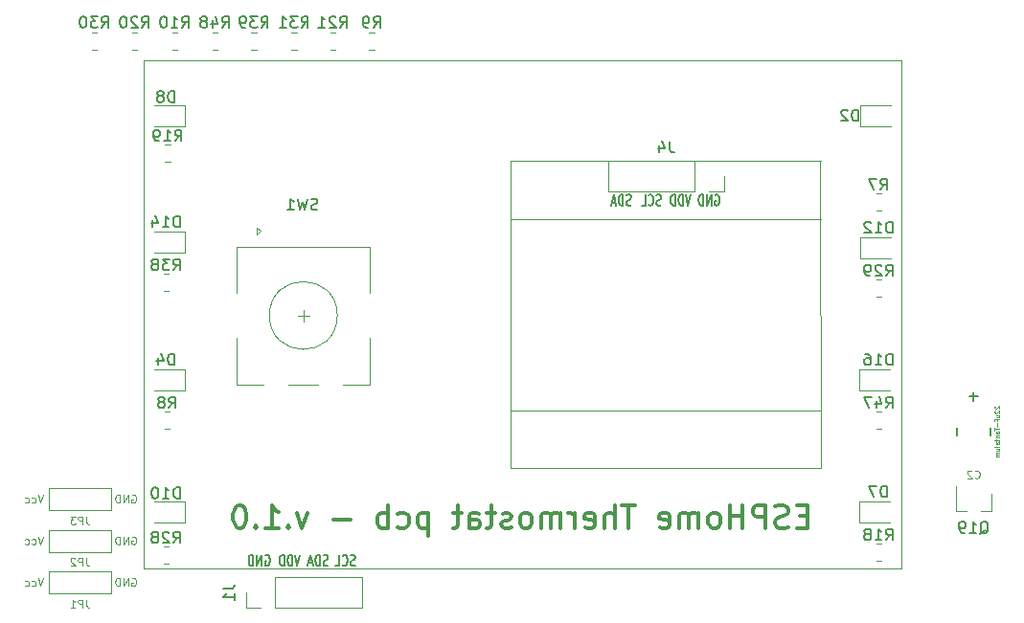
<source format=gbo>
G04 #@! TF.GenerationSoftware,KiCad,Pcbnew,5.1.12-84ad8e8a86~92~ubuntu20.04.1*
G04 #@! TF.CreationDate,2022-01-06T20:08:06+01:00*
G04 #@! TF.ProjectId,ESPHome-Thermostat-pcb,45535048-6f6d-4652-9d54-6865726d6f73,1.0*
G04 #@! TF.SameCoordinates,Original*
G04 #@! TF.FileFunction,Legend,Bot*
G04 #@! TF.FilePolarity,Positive*
%FSLAX46Y46*%
G04 Gerber Fmt 4.6, Leading zero omitted, Abs format (unit mm)*
G04 Created by KiCad (PCBNEW 5.1.12-84ad8e8a86~92~ubuntu20.04.1) date 2022-01-06 20:08:06*
%MOMM*%
%LPD*%
G01*
G04 APERTURE LIST*
%ADD10C,0.300000*%
%ADD11C,0.150000*%
%ADD12C,0.120000*%
%ADD13C,0.127000*%
%ADD14C,0.050000*%
G04 APERTURE END LIST*
D10*
X120202333Y-94345142D02*
X119535666Y-94345142D01*
X119249952Y-95392761D02*
X120202333Y-95392761D01*
X120202333Y-93392761D01*
X119249952Y-93392761D01*
X118488047Y-95297523D02*
X118202333Y-95392761D01*
X117726142Y-95392761D01*
X117535666Y-95297523D01*
X117440428Y-95202285D01*
X117345190Y-95011809D01*
X117345190Y-94821333D01*
X117440428Y-94630857D01*
X117535666Y-94535619D01*
X117726142Y-94440380D01*
X118107095Y-94345142D01*
X118297571Y-94249904D01*
X118392809Y-94154666D01*
X118488047Y-93964190D01*
X118488047Y-93773714D01*
X118392809Y-93583238D01*
X118297571Y-93488000D01*
X118107095Y-93392761D01*
X117630904Y-93392761D01*
X117345190Y-93488000D01*
X116488047Y-95392761D02*
X116488047Y-93392761D01*
X115726142Y-93392761D01*
X115535666Y-93488000D01*
X115440428Y-93583238D01*
X115345190Y-93773714D01*
X115345190Y-94059428D01*
X115440428Y-94249904D01*
X115535666Y-94345142D01*
X115726142Y-94440380D01*
X116488047Y-94440380D01*
X114488047Y-95392761D02*
X114488047Y-93392761D01*
X114488047Y-94345142D02*
X113345190Y-94345142D01*
X113345190Y-95392761D02*
X113345190Y-93392761D01*
X112107095Y-95392761D02*
X112297571Y-95297523D01*
X112392809Y-95202285D01*
X112488047Y-95011809D01*
X112488047Y-94440380D01*
X112392809Y-94249904D01*
X112297571Y-94154666D01*
X112107095Y-94059428D01*
X111821380Y-94059428D01*
X111630904Y-94154666D01*
X111535666Y-94249904D01*
X111440428Y-94440380D01*
X111440428Y-95011809D01*
X111535666Y-95202285D01*
X111630904Y-95297523D01*
X111821380Y-95392761D01*
X112107095Y-95392761D01*
X110583285Y-95392761D02*
X110583285Y-94059428D01*
X110583285Y-94249904D02*
X110488047Y-94154666D01*
X110297571Y-94059428D01*
X110011857Y-94059428D01*
X109821380Y-94154666D01*
X109726142Y-94345142D01*
X109726142Y-95392761D01*
X109726142Y-94345142D02*
X109630904Y-94154666D01*
X109440428Y-94059428D01*
X109154714Y-94059428D01*
X108964238Y-94154666D01*
X108869000Y-94345142D01*
X108869000Y-95392761D01*
X107154714Y-95297523D02*
X107345190Y-95392761D01*
X107726142Y-95392761D01*
X107916619Y-95297523D01*
X108011857Y-95107047D01*
X108011857Y-94345142D01*
X107916619Y-94154666D01*
X107726142Y-94059428D01*
X107345190Y-94059428D01*
X107154714Y-94154666D01*
X107059476Y-94345142D01*
X107059476Y-94535619D01*
X108011857Y-94726095D01*
X104964238Y-93392761D02*
X103821380Y-93392761D01*
X104392809Y-95392761D02*
X104392809Y-93392761D01*
X103154714Y-95392761D02*
X103154714Y-93392761D01*
X102297571Y-95392761D02*
X102297571Y-94345142D01*
X102392809Y-94154666D01*
X102583285Y-94059428D01*
X102869000Y-94059428D01*
X103059476Y-94154666D01*
X103154714Y-94249904D01*
X100583285Y-95297523D02*
X100773761Y-95392761D01*
X101154714Y-95392761D01*
X101345190Y-95297523D01*
X101440428Y-95107047D01*
X101440428Y-94345142D01*
X101345190Y-94154666D01*
X101154714Y-94059428D01*
X100773761Y-94059428D01*
X100583285Y-94154666D01*
X100488047Y-94345142D01*
X100488047Y-94535619D01*
X101440428Y-94726095D01*
X99630904Y-95392761D02*
X99630904Y-94059428D01*
X99630904Y-94440380D02*
X99535666Y-94249904D01*
X99440428Y-94154666D01*
X99249952Y-94059428D01*
X99059476Y-94059428D01*
X98392809Y-95392761D02*
X98392809Y-94059428D01*
X98392809Y-94249904D02*
X98297571Y-94154666D01*
X98107095Y-94059428D01*
X97821380Y-94059428D01*
X97630904Y-94154666D01*
X97535666Y-94345142D01*
X97535666Y-95392761D01*
X97535666Y-94345142D02*
X97440428Y-94154666D01*
X97249952Y-94059428D01*
X96964238Y-94059428D01*
X96773761Y-94154666D01*
X96678523Y-94345142D01*
X96678523Y-95392761D01*
X95440428Y-95392761D02*
X95630904Y-95297523D01*
X95726142Y-95202285D01*
X95821380Y-95011809D01*
X95821380Y-94440380D01*
X95726142Y-94249904D01*
X95630904Y-94154666D01*
X95440428Y-94059428D01*
X95154714Y-94059428D01*
X94964238Y-94154666D01*
X94869000Y-94249904D01*
X94773761Y-94440380D01*
X94773761Y-95011809D01*
X94869000Y-95202285D01*
X94964238Y-95297523D01*
X95154714Y-95392761D01*
X95440428Y-95392761D01*
X94011857Y-95297523D02*
X93821380Y-95392761D01*
X93440428Y-95392761D01*
X93249952Y-95297523D01*
X93154714Y-95107047D01*
X93154714Y-95011809D01*
X93249952Y-94821333D01*
X93440428Y-94726095D01*
X93726142Y-94726095D01*
X93916619Y-94630857D01*
X94011857Y-94440380D01*
X94011857Y-94345142D01*
X93916619Y-94154666D01*
X93726142Y-94059428D01*
X93440428Y-94059428D01*
X93249952Y-94154666D01*
X92583285Y-94059428D02*
X91821380Y-94059428D01*
X92297571Y-93392761D02*
X92297571Y-95107047D01*
X92202333Y-95297523D01*
X92011857Y-95392761D01*
X91821380Y-95392761D01*
X90297571Y-95392761D02*
X90297571Y-94345142D01*
X90392809Y-94154666D01*
X90583285Y-94059428D01*
X90964238Y-94059428D01*
X91154714Y-94154666D01*
X90297571Y-95297523D02*
X90488047Y-95392761D01*
X90964238Y-95392761D01*
X91154714Y-95297523D01*
X91249952Y-95107047D01*
X91249952Y-94916571D01*
X91154714Y-94726095D01*
X90964238Y-94630857D01*
X90488047Y-94630857D01*
X90297571Y-94535619D01*
X89630904Y-94059428D02*
X88869000Y-94059428D01*
X89345190Y-93392761D02*
X89345190Y-95107047D01*
X89249952Y-95297523D01*
X89059476Y-95392761D01*
X88869000Y-95392761D01*
X86678523Y-94059428D02*
X86678523Y-96059428D01*
X86678523Y-94154666D02*
X86488047Y-94059428D01*
X86107095Y-94059428D01*
X85916619Y-94154666D01*
X85821380Y-94249904D01*
X85726142Y-94440380D01*
X85726142Y-95011809D01*
X85821380Y-95202285D01*
X85916619Y-95297523D01*
X86107095Y-95392761D01*
X86488047Y-95392761D01*
X86678523Y-95297523D01*
X84011857Y-95297523D02*
X84202333Y-95392761D01*
X84583285Y-95392761D01*
X84773761Y-95297523D01*
X84869000Y-95202285D01*
X84964238Y-95011809D01*
X84964238Y-94440380D01*
X84869000Y-94249904D01*
X84773761Y-94154666D01*
X84583285Y-94059428D01*
X84202333Y-94059428D01*
X84011857Y-94154666D01*
X83154714Y-95392761D02*
X83154714Y-93392761D01*
X83154714Y-94154666D02*
X82964238Y-94059428D01*
X82583285Y-94059428D01*
X82392809Y-94154666D01*
X82297571Y-94249904D01*
X82202333Y-94440380D01*
X82202333Y-95011809D01*
X82297571Y-95202285D01*
X82392809Y-95297523D01*
X82583285Y-95392761D01*
X82964238Y-95392761D01*
X83154714Y-95297523D01*
X79821380Y-94630857D02*
X78297571Y-94630857D01*
X76011857Y-94059428D02*
X75535666Y-95392761D01*
X75059476Y-94059428D01*
X74297571Y-95202285D02*
X74202333Y-95297523D01*
X74297571Y-95392761D01*
X74392809Y-95297523D01*
X74297571Y-95202285D01*
X74297571Y-95392761D01*
X72297571Y-95392761D02*
X73440428Y-95392761D01*
X72869000Y-95392761D02*
X72869000Y-93392761D01*
X73059476Y-93678476D01*
X73249952Y-93868952D01*
X73440428Y-93964190D01*
X71440428Y-95202285D02*
X71345190Y-95297523D01*
X71440428Y-95392761D01*
X71535666Y-95297523D01*
X71440428Y-95202285D01*
X71440428Y-95392761D01*
X70107095Y-93392761D02*
X69916619Y-93392761D01*
X69726142Y-93488000D01*
X69630904Y-93583238D01*
X69535666Y-93773714D01*
X69440428Y-94154666D01*
X69440428Y-94630857D01*
X69535666Y-95011809D01*
X69630904Y-95202285D01*
X69726142Y-95297523D01*
X69916619Y-95392761D01*
X70107095Y-95392761D01*
X70297571Y-95297523D01*
X70392809Y-95202285D01*
X70488047Y-95011809D01*
X70583285Y-94630857D01*
X70583285Y-94154666D01*
X70488047Y-93773714D01*
X70392809Y-93583238D01*
X70297571Y-93488000D01*
X70107095Y-93392761D01*
D11*
X135254952Y-83764428D02*
X134493047Y-83764428D01*
X134874000Y-84145380D02*
X134874000Y-83383476D01*
X80208333Y-98702761D02*
X80108333Y-98750380D01*
X79941666Y-98750380D01*
X79875000Y-98702761D01*
X79841666Y-98655142D01*
X79808333Y-98559904D01*
X79808333Y-98464666D01*
X79841666Y-98369428D01*
X79875000Y-98321809D01*
X79941666Y-98274190D01*
X80075000Y-98226571D01*
X80141666Y-98178952D01*
X80175000Y-98131333D01*
X80208333Y-98036095D01*
X80208333Y-97940857D01*
X80175000Y-97845619D01*
X80141666Y-97798000D01*
X80075000Y-97750380D01*
X79908333Y-97750380D01*
X79808333Y-97798000D01*
X79108333Y-98655142D02*
X79141666Y-98702761D01*
X79241666Y-98750380D01*
X79308333Y-98750380D01*
X79408333Y-98702761D01*
X79475000Y-98607523D01*
X79508333Y-98512285D01*
X79541666Y-98321809D01*
X79541666Y-98178952D01*
X79508333Y-97988476D01*
X79475000Y-97893238D01*
X79408333Y-97798000D01*
X79308333Y-97750380D01*
X79241666Y-97750380D01*
X79141666Y-97798000D01*
X79108333Y-97845619D01*
X78475000Y-98750380D02*
X78808333Y-98750380D01*
X78808333Y-97750380D01*
X77812000Y-98702761D02*
X77712000Y-98750380D01*
X77545333Y-98750380D01*
X77478666Y-98702761D01*
X77445333Y-98655142D01*
X77412000Y-98559904D01*
X77412000Y-98464666D01*
X77445333Y-98369428D01*
X77478666Y-98321809D01*
X77545333Y-98274190D01*
X77678666Y-98226571D01*
X77745333Y-98178952D01*
X77778666Y-98131333D01*
X77812000Y-98036095D01*
X77812000Y-97940857D01*
X77778666Y-97845619D01*
X77745333Y-97798000D01*
X77678666Y-97750380D01*
X77512000Y-97750380D01*
X77412000Y-97798000D01*
X77112000Y-98750380D02*
X77112000Y-97750380D01*
X76945333Y-97750380D01*
X76845333Y-97798000D01*
X76778666Y-97893238D01*
X76745333Y-97988476D01*
X76712000Y-98178952D01*
X76712000Y-98321809D01*
X76745333Y-98512285D01*
X76778666Y-98607523D01*
X76845333Y-98702761D01*
X76945333Y-98750380D01*
X77112000Y-98750380D01*
X76445333Y-98464666D02*
X76112000Y-98464666D01*
X76512000Y-98750380D02*
X76278666Y-97750380D01*
X76045333Y-98750380D01*
X75355333Y-97750380D02*
X75122000Y-98750380D01*
X74888666Y-97750380D01*
X74655333Y-98750380D02*
X74655333Y-97750380D01*
X74488666Y-97750380D01*
X74388666Y-97798000D01*
X74322000Y-97893238D01*
X74288666Y-97988476D01*
X74255333Y-98178952D01*
X74255333Y-98321809D01*
X74288666Y-98512285D01*
X74322000Y-98607523D01*
X74388666Y-98702761D01*
X74488666Y-98750380D01*
X74655333Y-98750380D01*
X73955333Y-98750380D02*
X73955333Y-97750380D01*
X73788666Y-97750380D01*
X73688666Y-97798000D01*
X73622000Y-97893238D01*
X73588666Y-97988476D01*
X73555333Y-98178952D01*
X73555333Y-98321809D01*
X73588666Y-98512285D01*
X73622000Y-98607523D01*
X73688666Y-98702761D01*
X73788666Y-98750380D01*
X73955333Y-98750380D01*
X72288333Y-97798000D02*
X72355000Y-97750380D01*
X72455000Y-97750380D01*
X72555000Y-97798000D01*
X72621666Y-97893238D01*
X72655000Y-97988476D01*
X72688333Y-98178952D01*
X72688333Y-98321809D01*
X72655000Y-98512285D01*
X72621666Y-98607523D01*
X72555000Y-98702761D01*
X72455000Y-98750380D01*
X72388333Y-98750380D01*
X72288333Y-98702761D01*
X72255000Y-98655142D01*
X72255000Y-98321809D01*
X72388333Y-98321809D01*
X71955000Y-98750380D02*
X71955000Y-97750380D01*
X71555000Y-98750380D01*
X71555000Y-97750380D01*
X71221666Y-98750380D02*
X71221666Y-97750380D01*
X71055000Y-97750380D01*
X70955000Y-97798000D01*
X70888333Y-97893238D01*
X70855000Y-97988476D01*
X70821666Y-98178952D01*
X70821666Y-98321809D01*
X70855000Y-98512285D01*
X70888333Y-98607523D01*
X70955000Y-98702761D01*
X71055000Y-98750380D01*
X71221666Y-98750380D01*
D12*
X61500000Y-99000000D02*
X61500000Y-54000000D01*
X128500000Y-99000000D02*
X61500000Y-99000000D01*
X128500000Y-54000000D02*
X128500000Y-99000000D01*
X61500000Y-54000000D02*
X128500000Y-54000000D01*
X70552000Y-101092000D02*
X70552000Y-102422000D01*
X70552000Y-102422000D02*
X71882000Y-102422000D01*
X73152000Y-102422000D02*
X80832000Y-102422000D01*
X80832000Y-99762000D02*
X80832000Y-102422000D01*
X73152000Y-99762000D02*
X80832000Y-99762000D01*
X73152000Y-99762000D02*
X73152000Y-102422000D01*
X68045064Y-51589000D02*
X67590936Y-51589000D01*
X68045064Y-53059000D02*
X67590936Y-53059000D01*
X71497564Y-51589000D02*
X71043436Y-51589000D01*
X71497564Y-53059000D02*
X71043436Y-53059000D01*
X75053564Y-51589000D02*
X74599436Y-51589000D01*
X75053564Y-53059000D02*
X74599436Y-53059000D01*
X57377064Y-51589000D02*
X56922936Y-51589000D01*
X57377064Y-53059000D02*
X56922936Y-53059000D01*
X60933064Y-51589000D02*
X60478936Y-51589000D01*
X60933064Y-53059000D02*
X60478936Y-53059000D01*
X78459064Y-51589000D02*
X78004936Y-51589000D01*
X78459064Y-53059000D02*
X78004936Y-53059000D01*
X64489064Y-51589000D02*
X64034936Y-51589000D01*
X64489064Y-53059000D02*
X64034936Y-53059000D01*
X126264936Y-86587000D02*
X126719064Y-86587000D01*
X126264936Y-85117000D02*
X126719064Y-85117000D01*
X63727064Y-72925000D02*
X63272936Y-72925000D01*
X63727064Y-74395000D02*
X63272936Y-74395000D01*
X126264936Y-74903000D02*
X126719064Y-74903000D01*
X126264936Y-73433000D02*
X126719064Y-73433000D01*
X63727064Y-97055000D02*
X63272936Y-97055000D01*
X63727064Y-98525000D02*
X63272936Y-98525000D01*
X126264936Y-98271000D02*
X126719064Y-98271000D01*
X126264936Y-96801000D02*
X126719064Y-96801000D01*
X63877564Y-61495000D02*
X63423436Y-61495000D01*
X63877564Y-62965000D02*
X63423436Y-62965000D01*
X81911564Y-51589000D02*
X81457436Y-51589000D01*
X81911564Y-53059000D02*
X81457436Y-53059000D01*
X63830564Y-85117000D02*
X63376436Y-85117000D01*
X63830564Y-86587000D02*
X63376436Y-86587000D01*
X126719064Y-65813000D02*
X126264936Y-65813000D01*
X126719064Y-67283000D02*
X126264936Y-67283000D01*
X127492000Y-83256000D02*
X124807000Y-83256000D01*
X124807000Y-83256000D02*
X124807000Y-81336000D01*
X124807000Y-81336000D02*
X127492000Y-81336000D01*
X62500000Y-69144000D02*
X65185000Y-69144000D01*
X65185000Y-69144000D02*
X65185000Y-71064000D01*
X65185000Y-71064000D02*
X62500000Y-71064000D01*
X127570500Y-71572000D02*
X124885500Y-71572000D01*
X124885500Y-71572000D02*
X124885500Y-69652000D01*
X124885500Y-69652000D02*
X127570500Y-69652000D01*
X62500000Y-93020000D02*
X65185000Y-93020000D01*
X65185000Y-93020000D02*
X65185000Y-94940000D01*
X65185000Y-94940000D02*
X62500000Y-94940000D01*
X127492000Y-94940000D02*
X124807000Y-94940000D01*
X124807000Y-94940000D02*
X124807000Y-93020000D01*
X124807000Y-93020000D02*
X127492000Y-93020000D01*
X62500000Y-57968000D02*
X65185000Y-57968000D01*
X65185000Y-57968000D02*
X65185000Y-59888000D01*
X65185000Y-59888000D02*
X62500000Y-59888000D01*
X62500000Y-81336000D02*
X65185000Y-81336000D01*
X65185000Y-81336000D02*
X65185000Y-83256000D01*
X65185000Y-83256000D02*
X62500000Y-83256000D01*
X127570500Y-59888000D02*
X124885500Y-59888000D01*
X124885500Y-59888000D02*
X124885500Y-57968000D01*
X124885500Y-57968000D02*
X127570500Y-57968000D01*
D13*
X136374000Y-86498000D02*
X136374000Y-87238000D01*
X133374000Y-86498000D02*
X133374000Y-87238000D01*
D12*
X136454000Y-93851000D02*
X135524000Y-93851000D01*
X133294000Y-93851000D02*
X134224000Y-93851000D01*
X133294000Y-93851000D02*
X133294000Y-91691000D01*
X136454000Y-93851000D02*
X136454000Y-92391000D01*
X53130000Y-91887000D02*
X53130000Y-93837000D01*
X58630000Y-91887000D02*
X53130000Y-91887000D01*
X58630000Y-93837000D02*
X58630000Y-91887000D01*
X53130000Y-93837000D02*
X58630000Y-93837000D01*
X53130000Y-95570000D02*
X53130000Y-97520000D01*
X58630000Y-95570000D02*
X53130000Y-95570000D01*
X58630000Y-97520000D02*
X58630000Y-95570000D01*
X53130000Y-97520000D02*
X58630000Y-97520000D01*
X53162000Y-99253000D02*
X53162000Y-101203000D01*
X58662000Y-99253000D02*
X53162000Y-99253000D01*
X58662000Y-101203000D02*
X58662000Y-99253000D01*
X53162000Y-101203000D02*
X58662000Y-101203000D01*
X102556000Y-65592000D02*
X102556000Y-62932000D01*
X111506000Y-65592000D02*
X112836000Y-65592000D01*
X112836000Y-65592000D02*
X112836000Y-64262000D01*
X110236000Y-65592000D02*
X102556000Y-65592000D01*
X110236000Y-65592000D02*
X110236000Y-62932000D01*
X110236000Y-62932000D02*
X102556000Y-62932000D01*
X93980000Y-90043000D02*
X93980000Y-62865000D01*
X121412000Y-84963000D02*
X93980000Y-84963000D01*
X121412000Y-68072000D02*
X93980000Y-68072000D01*
X121412000Y-90043000D02*
X121285000Y-62865000D01*
X93980000Y-90043000D02*
X121412000Y-90043000D01*
X121412000Y-62865000D02*
X93980000Y-62865000D01*
X75652000Y-76088000D02*
X75652000Y-77088000D01*
X75152000Y-76588000D02*
X76152000Y-76588000D01*
X79152000Y-82688000D02*
X81552000Y-82688000D01*
X74352000Y-82688000D02*
X76952000Y-82688000D01*
X69752000Y-82688000D02*
X72152000Y-82688000D01*
X71552000Y-69388000D02*
X71852000Y-69088000D01*
X71552000Y-68788000D02*
X71552000Y-69388000D01*
X71852000Y-69088000D02*
X71552000Y-68788000D01*
X69752000Y-70488000D02*
X81552000Y-70488000D01*
X69752000Y-74588000D02*
X69752000Y-70488000D01*
X81552000Y-74588000D02*
X81552000Y-70488000D01*
X81552000Y-82688000D02*
X81552000Y-78588000D01*
X69752000Y-78588000D02*
X69752000Y-82688000D01*
X78652000Y-76588000D02*
G75*
G03*
X78652000Y-76588000I-3000000J0D01*
G01*
D11*
X68564380Y-100758666D02*
X69278666Y-100758666D01*
X69421523Y-100711047D01*
X69516761Y-100615809D01*
X69564380Y-100472952D01*
X69564380Y-100377714D01*
X69564380Y-101758666D02*
X69564380Y-101187238D01*
X69564380Y-101472952D02*
X68564380Y-101472952D01*
X68707238Y-101377714D01*
X68802476Y-101282476D01*
X68850095Y-101187238D01*
X68460857Y-51126380D02*
X68794190Y-50650190D01*
X69032285Y-51126380D02*
X69032285Y-50126380D01*
X68651333Y-50126380D01*
X68556095Y-50174000D01*
X68508476Y-50221619D01*
X68460857Y-50316857D01*
X68460857Y-50459714D01*
X68508476Y-50554952D01*
X68556095Y-50602571D01*
X68651333Y-50650190D01*
X69032285Y-50650190D01*
X67603714Y-50459714D02*
X67603714Y-51126380D01*
X67841809Y-50078761D02*
X68079904Y-50793047D01*
X67460857Y-50793047D01*
X66937047Y-50554952D02*
X67032285Y-50507333D01*
X67079904Y-50459714D01*
X67127523Y-50364476D01*
X67127523Y-50316857D01*
X67079904Y-50221619D01*
X67032285Y-50174000D01*
X66937047Y-50126380D01*
X66746571Y-50126380D01*
X66651333Y-50174000D01*
X66603714Y-50221619D01*
X66556095Y-50316857D01*
X66556095Y-50364476D01*
X66603714Y-50459714D01*
X66651333Y-50507333D01*
X66746571Y-50554952D01*
X66937047Y-50554952D01*
X67032285Y-50602571D01*
X67079904Y-50650190D01*
X67127523Y-50745428D01*
X67127523Y-50935904D01*
X67079904Y-51031142D01*
X67032285Y-51078761D01*
X66937047Y-51126380D01*
X66746571Y-51126380D01*
X66651333Y-51078761D01*
X66603714Y-51031142D01*
X66556095Y-50935904D01*
X66556095Y-50745428D01*
X66603714Y-50650190D01*
X66651333Y-50602571D01*
X66746571Y-50554952D01*
X71913357Y-51126380D02*
X72246690Y-50650190D01*
X72484785Y-51126380D02*
X72484785Y-50126380D01*
X72103833Y-50126380D01*
X72008595Y-50174000D01*
X71960976Y-50221619D01*
X71913357Y-50316857D01*
X71913357Y-50459714D01*
X71960976Y-50554952D01*
X72008595Y-50602571D01*
X72103833Y-50650190D01*
X72484785Y-50650190D01*
X71580023Y-50126380D02*
X70960976Y-50126380D01*
X71294309Y-50507333D01*
X71151452Y-50507333D01*
X71056214Y-50554952D01*
X71008595Y-50602571D01*
X70960976Y-50697809D01*
X70960976Y-50935904D01*
X71008595Y-51031142D01*
X71056214Y-51078761D01*
X71151452Y-51126380D01*
X71437166Y-51126380D01*
X71532404Y-51078761D01*
X71580023Y-51031142D01*
X70484785Y-51126380D02*
X70294309Y-51126380D01*
X70199071Y-51078761D01*
X70151452Y-51031142D01*
X70056214Y-50888285D01*
X70008595Y-50697809D01*
X70008595Y-50316857D01*
X70056214Y-50221619D01*
X70103833Y-50174000D01*
X70199071Y-50126380D01*
X70389547Y-50126380D01*
X70484785Y-50174000D01*
X70532404Y-50221619D01*
X70580023Y-50316857D01*
X70580023Y-50554952D01*
X70532404Y-50650190D01*
X70484785Y-50697809D01*
X70389547Y-50745428D01*
X70199071Y-50745428D01*
X70103833Y-50697809D01*
X70056214Y-50650190D01*
X70008595Y-50554952D01*
X75469357Y-51126380D02*
X75802690Y-50650190D01*
X76040785Y-51126380D02*
X76040785Y-50126380D01*
X75659833Y-50126380D01*
X75564595Y-50174000D01*
X75516976Y-50221619D01*
X75469357Y-50316857D01*
X75469357Y-50459714D01*
X75516976Y-50554952D01*
X75564595Y-50602571D01*
X75659833Y-50650190D01*
X76040785Y-50650190D01*
X75136023Y-50126380D02*
X74516976Y-50126380D01*
X74850309Y-50507333D01*
X74707452Y-50507333D01*
X74612214Y-50554952D01*
X74564595Y-50602571D01*
X74516976Y-50697809D01*
X74516976Y-50935904D01*
X74564595Y-51031142D01*
X74612214Y-51078761D01*
X74707452Y-51126380D01*
X74993166Y-51126380D01*
X75088404Y-51078761D01*
X75136023Y-51031142D01*
X73564595Y-51126380D02*
X74136023Y-51126380D01*
X73850309Y-51126380D02*
X73850309Y-50126380D01*
X73945547Y-50269238D01*
X74040785Y-50364476D01*
X74136023Y-50412095D01*
X57792857Y-51126380D02*
X58126190Y-50650190D01*
X58364285Y-51126380D02*
X58364285Y-50126380D01*
X57983333Y-50126380D01*
X57888095Y-50174000D01*
X57840476Y-50221619D01*
X57792857Y-50316857D01*
X57792857Y-50459714D01*
X57840476Y-50554952D01*
X57888095Y-50602571D01*
X57983333Y-50650190D01*
X58364285Y-50650190D01*
X57459523Y-50126380D02*
X56840476Y-50126380D01*
X57173809Y-50507333D01*
X57030952Y-50507333D01*
X56935714Y-50554952D01*
X56888095Y-50602571D01*
X56840476Y-50697809D01*
X56840476Y-50935904D01*
X56888095Y-51031142D01*
X56935714Y-51078761D01*
X57030952Y-51126380D01*
X57316666Y-51126380D01*
X57411904Y-51078761D01*
X57459523Y-51031142D01*
X56221428Y-50126380D02*
X56126190Y-50126380D01*
X56030952Y-50174000D01*
X55983333Y-50221619D01*
X55935714Y-50316857D01*
X55888095Y-50507333D01*
X55888095Y-50745428D01*
X55935714Y-50935904D01*
X55983333Y-51031142D01*
X56030952Y-51078761D01*
X56126190Y-51126380D01*
X56221428Y-51126380D01*
X56316666Y-51078761D01*
X56364285Y-51031142D01*
X56411904Y-50935904D01*
X56459523Y-50745428D01*
X56459523Y-50507333D01*
X56411904Y-50316857D01*
X56364285Y-50221619D01*
X56316666Y-50174000D01*
X56221428Y-50126380D01*
X61348857Y-51126380D02*
X61682190Y-50650190D01*
X61920285Y-51126380D02*
X61920285Y-50126380D01*
X61539333Y-50126380D01*
X61444095Y-50174000D01*
X61396476Y-50221619D01*
X61348857Y-50316857D01*
X61348857Y-50459714D01*
X61396476Y-50554952D01*
X61444095Y-50602571D01*
X61539333Y-50650190D01*
X61920285Y-50650190D01*
X60967904Y-50221619D02*
X60920285Y-50174000D01*
X60825047Y-50126380D01*
X60586952Y-50126380D01*
X60491714Y-50174000D01*
X60444095Y-50221619D01*
X60396476Y-50316857D01*
X60396476Y-50412095D01*
X60444095Y-50554952D01*
X61015523Y-51126380D01*
X60396476Y-51126380D01*
X59777428Y-50126380D02*
X59682190Y-50126380D01*
X59586952Y-50174000D01*
X59539333Y-50221619D01*
X59491714Y-50316857D01*
X59444095Y-50507333D01*
X59444095Y-50745428D01*
X59491714Y-50935904D01*
X59539333Y-51031142D01*
X59586952Y-51078761D01*
X59682190Y-51126380D01*
X59777428Y-51126380D01*
X59872666Y-51078761D01*
X59920285Y-51031142D01*
X59967904Y-50935904D01*
X60015523Y-50745428D01*
X60015523Y-50507333D01*
X59967904Y-50316857D01*
X59920285Y-50221619D01*
X59872666Y-50174000D01*
X59777428Y-50126380D01*
X78874857Y-51126380D02*
X79208190Y-50650190D01*
X79446285Y-51126380D02*
X79446285Y-50126380D01*
X79065333Y-50126380D01*
X78970095Y-50174000D01*
X78922476Y-50221619D01*
X78874857Y-50316857D01*
X78874857Y-50459714D01*
X78922476Y-50554952D01*
X78970095Y-50602571D01*
X79065333Y-50650190D01*
X79446285Y-50650190D01*
X78493904Y-50221619D02*
X78446285Y-50174000D01*
X78351047Y-50126380D01*
X78112952Y-50126380D01*
X78017714Y-50174000D01*
X77970095Y-50221619D01*
X77922476Y-50316857D01*
X77922476Y-50412095D01*
X77970095Y-50554952D01*
X78541523Y-51126380D01*
X77922476Y-51126380D01*
X76970095Y-51126380D02*
X77541523Y-51126380D01*
X77255809Y-51126380D02*
X77255809Y-50126380D01*
X77351047Y-50269238D01*
X77446285Y-50364476D01*
X77541523Y-50412095D01*
X64904857Y-51126380D02*
X65238190Y-50650190D01*
X65476285Y-51126380D02*
X65476285Y-50126380D01*
X65095333Y-50126380D01*
X65000095Y-50174000D01*
X64952476Y-50221619D01*
X64904857Y-50316857D01*
X64904857Y-50459714D01*
X64952476Y-50554952D01*
X65000095Y-50602571D01*
X65095333Y-50650190D01*
X65476285Y-50650190D01*
X63952476Y-51126380D02*
X64523904Y-51126380D01*
X64238190Y-51126380D02*
X64238190Y-50126380D01*
X64333428Y-50269238D01*
X64428666Y-50364476D01*
X64523904Y-50412095D01*
X63333428Y-50126380D02*
X63238190Y-50126380D01*
X63142952Y-50174000D01*
X63095333Y-50221619D01*
X63047714Y-50316857D01*
X63000095Y-50507333D01*
X63000095Y-50745428D01*
X63047714Y-50935904D01*
X63095333Y-51031142D01*
X63142952Y-51078761D01*
X63238190Y-51126380D01*
X63333428Y-51126380D01*
X63428666Y-51078761D01*
X63476285Y-51031142D01*
X63523904Y-50935904D01*
X63571523Y-50745428D01*
X63571523Y-50507333D01*
X63523904Y-50316857D01*
X63476285Y-50221619D01*
X63428666Y-50174000D01*
X63333428Y-50126380D01*
X127134857Y-84780380D02*
X127468190Y-84304190D01*
X127706285Y-84780380D02*
X127706285Y-83780380D01*
X127325333Y-83780380D01*
X127230095Y-83828000D01*
X127182476Y-83875619D01*
X127134857Y-83970857D01*
X127134857Y-84113714D01*
X127182476Y-84208952D01*
X127230095Y-84256571D01*
X127325333Y-84304190D01*
X127706285Y-84304190D01*
X126277714Y-84113714D02*
X126277714Y-84780380D01*
X126515809Y-83732761D02*
X126753904Y-84447047D01*
X126134857Y-84447047D01*
X125849142Y-83780380D02*
X125182476Y-83780380D01*
X125611047Y-84780380D01*
X64142857Y-72588380D02*
X64476190Y-72112190D01*
X64714285Y-72588380D02*
X64714285Y-71588380D01*
X64333333Y-71588380D01*
X64238095Y-71636000D01*
X64190476Y-71683619D01*
X64142857Y-71778857D01*
X64142857Y-71921714D01*
X64190476Y-72016952D01*
X64238095Y-72064571D01*
X64333333Y-72112190D01*
X64714285Y-72112190D01*
X63809523Y-71588380D02*
X63190476Y-71588380D01*
X63523809Y-71969333D01*
X63380952Y-71969333D01*
X63285714Y-72016952D01*
X63238095Y-72064571D01*
X63190476Y-72159809D01*
X63190476Y-72397904D01*
X63238095Y-72493142D01*
X63285714Y-72540761D01*
X63380952Y-72588380D01*
X63666666Y-72588380D01*
X63761904Y-72540761D01*
X63809523Y-72493142D01*
X62619047Y-72016952D02*
X62714285Y-71969333D01*
X62761904Y-71921714D01*
X62809523Y-71826476D01*
X62809523Y-71778857D01*
X62761904Y-71683619D01*
X62714285Y-71636000D01*
X62619047Y-71588380D01*
X62428571Y-71588380D01*
X62333333Y-71636000D01*
X62285714Y-71683619D01*
X62238095Y-71778857D01*
X62238095Y-71826476D01*
X62285714Y-71921714D01*
X62333333Y-71969333D01*
X62428571Y-72016952D01*
X62619047Y-72016952D01*
X62714285Y-72064571D01*
X62761904Y-72112190D01*
X62809523Y-72207428D01*
X62809523Y-72397904D01*
X62761904Y-72493142D01*
X62714285Y-72540761D01*
X62619047Y-72588380D01*
X62428571Y-72588380D01*
X62333333Y-72540761D01*
X62285714Y-72493142D01*
X62238095Y-72397904D01*
X62238095Y-72207428D01*
X62285714Y-72112190D01*
X62333333Y-72064571D01*
X62428571Y-72016952D01*
X127134857Y-73096380D02*
X127468190Y-72620190D01*
X127706285Y-73096380D02*
X127706285Y-72096380D01*
X127325333Y-72096380D01*
X127230095Y-72144000D01*
X127182476Y-72191619D01*
X127134857Y-72286857D01*
X127134857Y-72429714D01*
X127182476Y-72524952D01*
X127230095Y-72572571D01*
X127325333Y-72620190D01*
X127706285Y-72620190D01*
X126753904Y-72191619D02*
X126706285Y-72144000D01*
X126611047Y-72096380D01*
X126372952Y-72096380D01*
X126277714Y-72144000D01*
X126230095Y-72191619D01*
X126182476Y-72286857D01*
X126182476Y-72382095D01*
X126230095Y-72524952D01*
X126801523Y-73096380D01*
X126182476Y-73096380D01*
X125706285Y-73096380D02*
X125515809Y-73096380D01*
X125420571Y-73048761D01*
X125372952Y-73001142D01*
X125277714Y-72858285D01*
X125230095Y-72667809D01*
X125230095Y-72286857D01*
X125277714Y-72191619D01*
X125325333Y-72144000D01*
X125420571Y-72096380D01*
X125611047Y-72096380D01*
X125706285Y-72144000D01*
X125753904Y-72191619D01*
X125801523Y-72286857D01*
X125801523Y-72524952D01*
X125753904Y-72620190D01*
X125706285Y-72667809D01*
X125611047Y-72715428D01*
X125420571Y-72715428D01*
X125325333Y-72667809D01*
X125277714Y-72620190D01*
X125230095Y-72524952D01*
X64142857Y-96718380D02*
X64476190Y-96242190D01*
X64714285Y-96718380D02*
X64714285Y-95718380D01*
X64333333Y-95718380D01*
X64238095Y-95766000D01*
X64190476Y-95813619D01*
X64142857Y-95908857D01*
X64142857Y-96051714D01*
X64190476Y-96146952D01*
X64238095Y-96194571D01*
X64333333Y-96242190D01*
X64714285Y-96242190D01*
X63761904Y-95813619D02*
X63714285Y-95766000D01*
X63619047Y-95718380D01*
X63380952Y-95718380D01*
X63285714Y-95766000D01*
X63238095Y-95813619D01*
X63190476Y-95908857D01*
X63190476Y-96004095D01*
X63238095Y-96146952D01*
X63809523Y-96718380D01*
X63190476Y-96718380D01*
X62619047Y-96146952D02*
X62714285Y-96099333D01*
X62761904Y-96051714D01*
X62809523Y-95956476D01*
X62809523Y-95908857D01*
X62761904Y-95813619D01*
X62714285Y-95766000D01*
X62619047Y-95718380D01*
X62428571Y-95718380D01*
X62333333Y-95766000D01*
X62285714Y-95813619D01*
X62238095Y-95908857D01*
X62238095Y-95956476D01*
X62285714Y-96051714D01*
X62333333Y-96099333D01*
X62428571Y-96146952D01*
X62619047Y-96146952D01*
X62714285Y-96194571D01*
X62761904Y-96242190D01*
X62809523Y-96337428D01*
X62809523Y-96527904D01*
X62761904Y-96623142D01*
X62714285Y-96670761D01*
X62619047Y-96718380D01*
X62428571Y-96718380D01*
X62333333Y-96670761D01*
X62285714Y-96623142D01*
X62238095Y-96527904D01*
X62238095Y-96337428D01*
X62285714Y-96242190D01*
X62333333Y-96194571D01*
X62428571Y-96146952D01*
X127134857Y-96464380D02*
X127468190Y-95988190D01*
X127706285Y-96464380D02*
X127706285Y-95464380D01*
X127325333Y-95464380D01*
X127230095Y-95512000D01*
X127182476Y-95559619D01*
X127134857Y-95654857D01*
X127134857Y-95797714D01*
X127182476Y-95892952D01*
X127230095Y-95940571D01*
X127325333Y-95988190D01*
X127706285Y-95988190D01*
X126182476Y-96464380D02*
X126753904Y-96464380D01*
X126468190Y-96464380D02*
X126468190Y-95464380D01*
X126563428Y-95607238D01*
X126658666Y-95702476D01*
X126753904Y-95750095D01*
X125611047Y-95892952D02*
X125706285Y-95845333D01*
X125753904Y-95797714D01*
X125801523Y-95702476D01*
X125801523Y-95654857D01*
X125753904Y-95559619D01*
X125706285Y-95512000D01*
X125611047Y-95464380D01*
X125420571Y-95464380D01*
X125325333Y-95512000D01*
X125277714Y-95559619D01*
X125230095Y-95654857D01*
X125230095Y-95702476D01*
X125277714Y-95797714D01*
X125325333Y-95845333D01*
X125420571Y-95892952D01*
X125611047Y-95892952D01*
X125706285Y-95940571D01*
X125753904Y-95988190D01*
X125801523Y-96083428D01*
X125801523Y-96273904D01*
X125753904Y-96369142D01*
X125706285Y-96416761D01*
X125611047Y-96464380D01*
X125420571Y-96464380D01*
X125325333Y-96416761D01*
X125277714Y-96369142D01*
X125230095Y-96273904D01*
X125230095Y-96083428D01*
X125277714Y-95988190D01*
X125325333Y-95940571D01*
X125420571Y-95892952D01*
X64293357Y-61158380D02*
X64626690Y-60682190D01*
X64864785Y-61158380D02*
X64864785Y-60158380D01*
X64483833Y-60158380D01*
X64388595Y-60206000D01*
X64340976Y-60253619D01*
X64293357Y-60348857D01*
X64293357Y-60491714D01*
X64340976Y-60586952D01*
X64388595Y-60634571D01*
X64483833Y-60682190D01*
X64864785Y-60682190D01*
X63340976Y-61158380D02*
X63912404Y-61158380D01*
X63626690Y-61158380D02*
X63626690Y-60158380D01*
X63721928Y-60301238D01*
X63817166Y-60396476D01*
X63912404Y-60444095D01*
X62864785Y-61158380D02*
X62674309Y-61158380D01*
X62579071Y-61110761D01*
X62531452Y-61063142D01*
X62436214Y-60920285D01*
X62388595Y-60729809D01*
X62388595Y-60348857D01*
X62436214Y-60253619D01*
X62483833Y-60206000D01*
X62579071Y-60158380D01*
X62769547Y-60158380D01*
X62864785Y-60206000D01*
X62912404Y-60253619D01*
X62960023Y-60348857D01*
X62960023Y-60586952D01*
X62912404Y-60682190D01*
X62864785Y-60729809D01*
X62769547Y-60777428D01*
X62579071Y-60777428D01*
X62483833Y-60729809D01*
X62436214Y-60682190D01*
X62388595Y-60586952D01*
X81851166Y-51126380D02*
X82184500Y-50650190D01*
X82422595Y-51126380D02*
X82422595Y-50126380D01*
X82041642Y-50126380D01*
X81946404Y-50174000D01*
X81898785Y-50221619D01*
X81851166Y-50316857D01*
X81851166Y-50459714D01*
X81898785Y-50554952D01*
X81946404Y-50602571D01*
X82041642Y-50650190D01*
X82422595Y-50650190D01*
X81374976Y-51126380D02*
X81184500Y-51126380D01*
X81089261Y-51078761D01*
X81041642Y-51031142D01*
X80946404Y-50888285D01*
X80898785Y-50697809D01*
X80898785Y-50316857D01*
X80946404Y-50221619D01*
X80994023Y-50174000D01*
X81089261Y-50126380D01*
X81279738Y-50126380D01*
X81374976Y-50174000D01*
X81422595Y-50221619D01*
X81470214Y-50316857D01*
X81470214Y-50554952D01*
X81422595Y-50650190D01*
X81374976Y-50697809D01*
X81279738Y-50745428D01*
X81089261Y-50745428D01*
X80994023Y-50697809D01*
X80946404Y-50650190D01*
X80898785Y-50554952D01*
X63770166Y-84780380D02*
X64103500Y-84304190D01*
X64341595Y-84780380D02*
X64341595Y-83780380D01*
X63960642Y-83780380D01*
X63865404Y-83828000D01*
X63817785Y-83875619D01*
X63770166Y-83970857D01*
X63770166Y-84113714D01*
X63817785Y-84208952D01*
X63865404Y-84256571D01*
X63960642Y-84304190D01*
X64341595Y-84304190D01*
X63198738Y-84208952D02*
X63293976Y-84161333D01*
X63341595Y-84113714D01*
X63389214Y-84018476D01*
X63389214Y-83970857D01*
X63341595Y-83875619D01*
X63293976Y-83828000D01*
X63198738Y-83780380D01*
X63008261Y-83780380D01*
X62913023Y-83828000D01*
X62865404Y-83875619D01*
X62817785Y-83970857D01*
X62817785Y-84018476D01*
X62865404Y-84113714D01*
X62913023Y-84161333D01*
X63008261Y-84208952D01*
X63198738Y-84208952D01*
X63293976Y-84256571D01*
X63341595Y-84304190D01*
X63389214Y-84399428D01*
X63389214Y-84589904D01*
X63341595Y-84685142D01*
X63293976Y-84732761D01*
X63198738Y-84780380D01*
X63008261Y-84780380D01*
X62913023Y-84732761D01*
X62865404Y-84685142D01*
X62817785Y-84589904D01*
X62817785Y-84399428D01*
X62865404Y-84304190D01*
X62913023Y-84256571D01*
X63008261Y-84208952D01*
X126658666Y-65476380D02*
X126992000Y-65000190D01*
X127230095Y-65476380D02*
X127230095Y-64476380D01*
X126849142Y-64476380D01*
X126753904Y-64524000D01*
X126706285Y-64571619D01*
X126658666Y-64666857D01*
X126658666Y-64809714D01*
X126706285Y-64904952D01*
X126753904Y-64952571D01*
X126849142Y-65000190D01*
X127230095Y-65000190D01*
X126325333Y-64476380D02*
X125658666Y-64476380D01*
X126087238Y-65476380D01*
X127706285Y-80970380D02*
X127706285Y-79970380D01*
X127468190Y-79970380D01*
X127325333Y-80018000D01*
X127230095Y-80113238D01*
X127182476Y-80208476D01*
X127134857Y-80398952D01*
X127134857Y-80541809D01*
X127182476Y-80732285D01*
X127230095Y-80827523D01*
X127325333Y-80922761D01*
X127468190Y-80970380D01*
X127706285Y-80970380D01*
X126182476Y-80970380D02*
X126753904Y-80970380D01*
X126468190Y-80970380D02*
X126468190Y-79970380D01*
X126563428Y-80113238D01*
X126658666Y-80208476D01*
X126753904Y-80256095D01*
X125325333Y-79970380D02*
X125515809Y-79970380D01*
X125611047Y-80018000D01*
X125658666Y-80065619D01*
X125753904Y-80208476D01*
X125801523Y-80398952D01*
X125801523Y-80779904D01*
X125753904Y-80875142D01*
X125706285Y-80922761D01*
X125611047Y-80970380D01*
X125420571Y-80970380D01*
X125325333Y-80922761D01*
X125277714Y-80875142D01*
X125230095Y-80779904D01*
X125230095Y-80541809D01*
X125277714Y-80446571D01*
X125325333Y-80398952D01*
X125420571Y-80351333D01*
X125611047Y-80351333D01*
X125706285Y-80398952D01*
X125753904Y-80446571D01*
X125801523Y-80541809D01*
X64714285Y-68778380D02*
X64714285Y-67778380D01*
X64476190Y-67778380D01*
X64333333Y-67826000D01*
X64238095Y-67921238D01*
X64190476Y-68016476D01*
X64142857Y-68206952D01*
X64142857Y-68349809D01*
X64190476Y-68540285D01*
X64238095Y-68635523D01*
X64333333Y-68730761D01*
X64476190Y-68778380D01*
X64714285Y-68778380D01*
X63190476Y-68778380D02*
X63761904Y-68778380D01*
X63476190Y-68778380D02*
X63476190Y-67778380D01*
X63571428Y-67921238D01*
X63666666Y-68016476D01*
X63761904Y-68064095D01*
X62333333Y-68111714D02*
X62333333Y-68778380D01*
X62571428Y-67730761D02*
X62809523Y-68445047D01*
X62190476Y-68445047D01*
X127706285Y-69286380D02*
X127706285Y-68286380D01*
X127468190Y-68286380D01*
X127325333Y-68334000D01*
X127230095Y-68429238D01*
X127182476Y-68524476D01*
X127134857Y-68714952D01*
X127134857Y-68857809D01*
X127182476Y-69048285D01*
X127230095Y-69143523D01*
X127325333Y-69238761D01*
X127468190Y-69286380D01*
X127706285Y-69286380D01*
X126182476Y-69286380D02*
X126753904Y-69286380D01*
X126468190Y-69286380D02*
X126468190Y-68286380D01*
X126563428Y-68429238D01*
X126658666Y-68524476D01*
X126753904Y-68572095D01*
X125801523Y-68381619D02*
X125753904Y-68334000D01*
X125658666Y-68286380D01*
X125420571Y-68286380D01*
X125325333Y-68334000D01*
X125277714Y-68381619D01*
X125230095Y-68476857D01*
X125230095Y-68572095D01*
X125277714Y-68714952D01*
X125849142Y-69286380D01*
X125230095Y-69286380D01*
X64714285Y-92782380D02*
X64714285Y-91782380D01*
X64476190Y-91782380D01*
X64333333Y-91830000D01*
X64238095Y-91925238D01*
X64190476Y-92020476D01*
X64142857Y-92210952D01*
X64142857Y-92353809D01*
X64190476Y-92544285D01*
X64238095Y-92639523D01*
X64333333Y-92734761D01*
X64476190Y-92782380D01*
X64714285Y-92782380D01*
X63190476Y-92782380D02*
X63761904Y-92782380D01*
X63476190Y-92782380D02*
X63476190Y-91782380D01*
X63571428Y-91925238D01*
X63666666Y-92020476D01*
X63761904Y-92068095D01*
X62571428Y-91782380D02*
X62476190Y-91782380D01*
X62380952Y-91830000D01*
X62333333Y-91877619D01*
X62285714Y-91972857D01*
X62238095Y-92163333D01*
X62238095Y-92401428D01*
X62285714Y-92591904D01*
X62333333Y-92687142D01*
X62380952Y-92734761D01*
X62476190Y-92782380D01*
X62571428Y-92782380D01*
X62666666Y-92734761D01*
X62714285Y-92687142D01*
X62761904Y-92591904D01*
X62809523Y-92401428D01*
X62809523Y-92163333D01*
X62761904Y-91972857D01*
X62714285Y-91877619D01*
X62666666Y-91830000D01*
X62571428Y-91782380D01*
X127230095Y-92654380D02*
X127230095Y-91654380D01*
X126992000Y-91654380D01*
X126849142Y-91702000D01*
X126753904Y-91797238D01*
X126706285Y-91892476D01*
X126658666Y-92082952D01*
X126658666Y-92225809D01*
X126706285Y-92416285D01*
X126753904Y-92511523D01*
X126849142Y-92606761D01*
X126992000Y-92654380D01*
X127230095Y-92654380D01*
X126325333Y-91654380D02*
X125658666Y-91654380D01*
X126087238Y-92654380D01*
X64238095Y-57730380D02*
X64238095Y-56730380D01*
X64000000Y-56730380D01*
X63857142Y-56778000D01*
X63761904Y-56873238D01*
X63714285Y-56968476D01*
X63666666Y-57158952D01*
X63666666Y-57301809D01*
X63714285Y-57492285D01*
X63761904Y-57587523D01*
X63857142Y-57682761D01*
X64000000Y-57730380D01*
X64238095Y-57730380D01*
X63095238Y-57158952D02*
X63190476Y-57111333D01*
X63238095Y-57063714D01*
X63285714Y-56968476D01*
X63285714Y-56920857D01*
X63238095Y-56825619D01*
X63190476Y-56778000D01*
X63095238Y-56730380D01*
X62904761Y-56730380D01*
X62809523Y-56778000D01*
X62761904Y-56825619D01*
X62714285Y-56920857D01*
X62714285Y-56968476D01*
X62761904Y-57063714D01*
X62809523Y-57111333D01*
X62904761Y-57158952D01*
X63095238Y-57158952D01*
X63190476Y-57206571D01*
X63238095Y-57254190D01*
X63285714Y-57349428D01*
X63285714Y-57539904D01*
X63238095Y-57635142D01*
X63190476Y-57682761D01*
X63095238Y-57730380D01*
X62904761Y-57730380D01*
X62809523Y-57682761D01*
X62761904Y-57635142D01*
X62714285Y-57539904D01*
X62714285Y-57349428D01*
X62761904Y-57254190D01*
X62809523Y-57206571D01*
X62904761Y-57158952D01*
X64238095Y-80970380D02*
X64238095Y-79970380D01*
X64000000Y-79970380D01*
X63857142Y-80018000D01*
X63761904Y-80113238D01*
X63714285Y-80208476D01*
X63666666Y-80398952D01*
X63666666Y-80541809D01*
X63714285Y-80732285D01*
X63761904Y-80827523D01*
X63857142Y-80922761D01*
X64000000Y-80970380D01*
X64238095Y-80970380D01*
X62809523Y-80303714D02*
X62809523Y-80970380D01*
X63047619Y-79922761D02*
X63285714Y-80637047D01*
X62666666Y-80637047D01*
X124690095Y-59380380D02*
X124690095Y-58380380D01*
X124452000Y-58380380D01*
X124309142Y-58428000D01*
X124213904Y-58523238D01*
X124166285Y-58618476D01*
X124118666Y-58808952D01*
X124118666Y-58951809D01*
X124166285Y-59142285D01*
X124213904Y-59237523D01*
X124309142Y-59332761D01*
X124452000Y-59380380D01*
X124690095Y-59380380D01*
X123737714Y-58475619D02*
X123690095Y-58428000D01*
X123594857Y-58380380D01*
X123356761Y-58380380D01*
X123261523Y-58428000D01*
X123213904Y-58475619D01*
X123166285Y-58570857D01*
X123166285Y-58666095D01*
X123213904Y-58808952D01*
X123785333Y-59380380D01*
X123166285Y-59380380D01*
D12*
X134990666Y-90928000D02*
X135024000Y-90961333D01*
X135124000Y-90994666D01*
X135190666Y-90994666D01*
X135290666Y-90961333D01*
X135357333Y-90894666D01*
X135390666Y-90828000D01*
X135424000Y-90694666D01*
X135424000Y-90594666D01*
X135390666Y-90461333D01*
X135357333Y-90394666D01*
X135290666Y-90328000D01*
X135190666Y-90294666D01*
X135124000Y-90294666D01*
X135024000Y-90328000D01*
X134990666Y-90361333D01*
X134724000Y-90361333D02*
X134690666Y-90328000D01*
X134624000Y-90294666D01*
X134457333Y-90294666D01*
X134390666Y-90328000D01*
X134357333Y-90361333D01*
X134324000Y-90428000D01*
X134324000Y-90494666D01*
X134357333Y-90594666D01*
X134757333Y-90994666D01*
X134324000Y-90994666D01*
D14*
X136795897Y-84637027D02*
X136777149Y-84655775D01*
X136758401Y-84693270D01*
X136758401Y-84787009D01*
X136777149Y-84824504D01*
X136795897Y-84843252D01*
X136833392Y-84861999D01*
X136870887Y-84861999D01*
X136927130Y-84843252D01*
X137152102Y-84618280D01*
X137152102Y-84861999D01*
X136795897Y-85011981D02*
X136777149Y-85030728D01*
X136758401Y-85068224D01*
X136758401Y-85161962D01*
X136777149Y-85199457D01*
X136795897Y-85218205D01*
X136833392Y-85236953D01*
X136870887Y-85236953D01*
X136927130Y-85218205D01*
X137152102Y-84993233D01*
X137152102Y-85236953D01*
X136889635Y-85574411D02*
X137152102Y-85574411D01*
X136889635Y-85405682D02*
X137095859Y-85405682D01*
X137133355Y-85424429D01*
X137152102Y-85461925D01*
X137152102Y-85518168D01*
X137133355Y-85555663D01*
X137114607Y-85574411D01*
X136945878Y-85893121D02*
X136945878Y-85761887D01*
X137152102Y-85761887D02*
X136758401Y-85761887D01*
X136758401Y-85949364D01*
X137002121Y-86099345D02*
X137002121Y-86399308D01*
X136758401Y-86530542D02*
X136758401Y-86755514D01*
X137152102Y-86643028D02*
X136758401Y-86643028D01*
X137152102Y-87055476D02*
X136945878Y-87055476D01*
X136908383Y-87036729D01*
X136889635Y-86999233D01*
X136889635Y-86924243D01*
X136908383Y-86886747D01*
X137133355Y-87055476D02*
X137152102Y-87017981D01*
X137152102Y-86924243D01*
X137133355Y-86886747D01*
X137095859Y-86868000D01*
X137058364Y-86868000D01*
X137020869Y-86886747D01*
X137002121Y-86924243D01*
X137002121Y-87017981D01*
X136983373Y-87055476D01*
X136889635Y-87242953D02*
X137152102Y-87242953D01*
X136927130Y-87242953D02*
X136908383Y-87261701D01*
X136889635Y-87299196D01*
X136889635Y-87355439D01*
X136908383Y-87392934D01*
X136945878Y-87411682D01*
X137152102Y-87411682D01*
X136889635Y-87542916D02*
X136889635Y-87692897D01*
X136758401Y-87599159D02*
X137095859Y-87599159D01*
X137133355Y-87617906D01*
X137152102Y-87655402D01*
X137152102Y-87692897D01*
X137152102Y-87992860D02*
X136945878Y-87992860D01*
X136908383Y-87974112D01*
X136889635Y-87936617D01*
X136889635Y-87861626D01*
X136908383Y-87824131D01*
X137133355Y-87992860D02*
X137152102Y-87955364D01*
X137152102Y-87861626D01*
X137133355Y-87824131D01*
X137095859Y-87805383D01*
X137058364Y-87805383D01*
X137020869Y-87824131D01*
X137002121Y-87861626D01*
X137002121Y-87955364D01*
X136983373Y-87992860D01*
X137152102Y-88236579D02*
X137133355Y-88199084D01*
X137095859Y-88180336D01*
X136758401Y-88180336D01*
X136889635Y-88555290D02*
X137152102Y-88555290D01*
X136889635Y-88386561D02*
X137095859Y-88386561D01*
X137133355Y-88405308D01*
X137152102Y-88442804D01*
X137152102Y-88499047D01*
X137133355Y-88536542D01*
X137114607Y-88555290D01*
X137152102Y-88742766D02*
X136889635Y-88742766D01*
X136927130Y-88742766D02*
X136908383Y-88761514D01*
X136889635Y-88799009D01*
X136889635Y-88855252D01*
X136908383Y-88892748D01*
X136945878Y-88911495D01*
X137152102Y-88911495D01*
X136945878Y-88911495D02*
X136908383Y-88930243D01*
X136889635Y-88967738D01*
X136889635Y-89023981D01*
X136908383Y-89061477D01*
X136945878Y-89080224D01*
X137152102Y-89080224D01*
D11*
X135445428Y-95924619D02*
X135540666Y-95877000D01*
X135635904Y-95781761D01*
X135778761Y-95638904D01*
X135874000Y-95591285D01*
X135969238Y-95591285D01*
X135921619Y-95829380D02*
X136016857Y-95781761D01*
X136112095Y-95686523D01*
X136159714Y-95496047D01*
X136159714Y-95162714D01*
X136112095Y-94972238D01*
X136016857Y-94877000D01*
X135921619Y-94829380D01*
X135731142Y-94829380D01*
X135635904Y-94877000D01*
X135540666Y-94972238D01*
X135493047Y-95162714D01*
X135493047Y-95496047D01*
X135540666Y-95686523D01*
X135635904Y-95781761D01*
X135731142Y-95829380D01*
X135921619Y-95829380D01*
X134540666Y-95829380D02*
X135112095Y-95829380D01*
X134826380Y-95829380D02*
X134826380Y-94829380D01*
X134921619Y-94972238D01*
X135016857Y-95067476D01*
X135112095Y-95115095D01*
X134064476Y-95829380D02*
X133874000Y-95829380D01*
X133778761Y-95781761D01*
X133731142Y-95734142D01*
X133635904Y-95591285D01*
X133588285Y-95400809D01*
X133588285Y-95019857D01*
X133635904Y-94924619D01*
X133683523Y-94877000D01*
X133778761Y-94829380D01*
X133969238Y-94829380D01*
X134064476Y-94877000D01*
X134112095Y-94924619D01*
X134159714Y-95019857D01*
X134159714Y-95257952D01*
X134112095Y-95353190D01*
X134064476Y-95400809D01*
X133969238Y-95448428D01*
X133778761Y-95448428D01*
X133683523Y-95400809D01*
X133635904Y-95353190D01*
X133588285Y-95257952D01*
D12*
X56463333Y-94358666D02*
X56463333Y-94858666D01*
X56496666Y-94958666D01*
X56563333Y-95025333D01*
X56663333Y-95058666D01*
X56730000Y-95058666D01*
X56130000Y-95058666D02*
X56130000Y-94358666D01*
X55863333Y-94358666D01*
X55796666Y-94392000D01*
X55763333Y-94425333D01*
X55730000Y-94492000D01*
X55730000Y-94592000D01*
X55763333Y-94658666D01*
X55796666Y-94692000D01*
X55863333Y-94725333D01*
X56130000Y-94725333D01*
X55496666Y-94358666D02*
X55063333Y-94358666D01*
X55296666Y-94625333D01*
X55196666Y-94625333D01*
X55130000Y-94658666D01*
X55096666Y-94692000D01*
X55063333Y-94758666D01*
X55063333Y-94925333D01*
X55096666Y-94992000D01*
X55130000Y-95025333D01*
X55196666Y-95058666D01*
X55396666Y-95058666D01*
X55463333Y-95025333D01*
X55496666Y-94992000D01*
X52649333Y-92453666D02*
X52416000Y-93153666D01*
X52182666Y-92453666D01*
X51649333Y-93120333D02*
X51716000Y-93153666D01*
X51849333Y-93153666D01*
X51916000Y-93120333D01*
X51949333Y-93087000D01*
X51982666Y-93020333D01*
X51982666Y-92820333D01*
X51949333Y-92753666D01*
X51916000Y-92720333D01*
X51849333Y-92687000D01*
X51716000Y-92687000D01*
X51649333Y-92720333D01*
X51049333Y-93120333D02*
X51116000Y-93153666D01*
X51249333Y-93153666D01*
X51316000Y-93120333D01*
X51349333Y-93087000D01*
X51382666Y-93020333D01*
X51382666Y-92820333D01*
X51349333Y-92753666D01*
X51316000Y-92720333D01*
X51249333Y-92687000D01*
X51116000Y-92687000D01*
X51049333Y-92720333D01*
X60477333Y-92487000D02*
X60544000Y-92453666D01*
X60644000Y-92453666D01*
X60744000Y-92487000D01*
X60810666Y-92553666D01*
X60844000Y-92620333D01*
X60877333Y-92753666D01*
X60877333Y-92853666D01*
X60844000Y-92987000D01*
X60810666Y-93053666D01*
X60744000Y-93120333D01*
X60644000Y-93153666D01*
X60577333Y-93153666D01*
X60477333Y-93120333D01*
X60444000Y-93087000D01*
X60444000Y-92853666D01*
X60577333Y-92853666D01*
X60144000Y-93153666D02*
X60144000Y-92453666D01*
X59744000Y-93153666D01*
X59744000Y-92453666D01*
X59410666Y-93153666D02*
X59410666Y-92453666D01*
X59244000Y-92453666D01*
X59144000Y-92487000D01*
X59077333Y-92553666D01*
X59044000Y-92620333D01*
X59010666Y-92753666D01*
X59010666Y-92853666D01*
X59044000Y-92987000D01*
X59077333Y-93053666D01*
X59144000Y-93120333D01*
X59244000Y-93153666D01*
X59410666Y-93153666D01*
X56463333Y-98041666D02*
X56463333Y-98541666D01*
X56496666Y-98641666D01*
X56563333Y-98708333D01*
X56663333Y-98741666D01*
X56730000Y-98741666D01*
X56130000Y-98741666D02*
X56130000Y-98041666D01*
X55863333Y-98041666D01*
X55796666Y-98075000D01*
X55763333Y-98108333D01*
X55730000Y-98175000D01*
X55730000Y-98275000D01*
X55763333Y-98341666D01*
X55796666Y-98375000D01*
X55863333Y-98408333D01*
X56130000Y-98408333D01*
X55463333Y-98108333D02*
X55430000Y-98075000D01*
X55363333Y-98041666D01*
X55196666Y-98041666D01*
X55130000Y-98075000D01*
X55096666Y-98108333D01*
X55063333Y-98175000D01*
X55063333Y-98241666D01*
X55096666Y-98341666D01*
X55496666Y-98741666D01*
X55063333Y-98741666D01*
X52649333Y-96136666D02*
X52416000Y-96836666D01*
X52182666Y-96136666D01*
X51649333Y-96803333D02*
X51716000Y-96836666D01*
X51849333Y-96836666D01*
X51916000Y-96803333D01*
X51949333Y-96770000D01*
X51982666Y-96703333D01*
X51982666Y-96503333D01*
X51949333Y-96436666D01*
X51916000Y-96403333D01*
X51849333Y-96370000D01*
X51716000Y-96370000D01*
X51649333Y-96403333D01*
X51049333Y-96803333D02*
X51116000Y-96836666D01*
X51249333Y-96836666D01*
X51316000Y-96803333D01*
X51349333Y-96770000D01*
X51382666Y-96703333D01*
X51382666Y-96503333D01*
X51349333Y-96436666D01*
X51316000Y-96403333D01*
X51249333Y-96370000D01*
X51116000Y-96370000D01*
X51049333Y-96403333D01*
X60477333Y-96170000D02*
X60544000Y-96136666D01*
X60644000Y-96136666D01*
X60744000Y-96170000D01*
X60810666Y-96236666D01*
X60844000Y-96303333D01*
X60877333Y-96436666D01*
X60877333Y-96536666D01*
X60844000Y-96670000D01*
X60810666Y-96736666D01*
X60744000Y-96803333D01*
X60644000Y-96836666D01*
X60577333Y-96836666D01*
X60477333Y-96803333D01*
X60444000Y-96770000D01*
X60444000Y-96536666D01*
X60577333Y-96536666D01*
X60144000Y-96836666D02*
X60144000Y-96136666D01*
X59744000Y-96836666D01*
X59744000Y-96136666D01*
X59410666Y-96836666D02*
X59410666Y-96136666D01*
X59244000Y-96136666D01*
X59144000Y-96170000D01*
X59077333Y-96236666D01*
X59044000Y-96303333D01*
X59010666Y-96436666D01*
X59010666Y-96536666D01*
X59044000Y-96670000D01*
X59077333Y-96736666D01*
X59144000Y-96803333D01*
X59244000Y-96836666D01*
X59410666Y-96836666D01*
X56463333Y-101724666D02*
X56463333Y-102224666D01*
X56496666Y-102324666D01*
X56563333Y-102391333D01*
X56663333Y-102424666D01*
X56730000Y-102424666D01*
X56130000Y-102424666D02*
X56130000Y-101724666D01*
X55863333Y-101724666D01*
X55796666Y-101758000D01*
X55763333Y-101791333D01*
X55730000Y-101858000D01*
X55730000Y-101958000D01*
X55763333Y-102024666D01*
X55796666Y-102058000D01*
X55863333Y-102091333D01*
X56130000Y-102091333D01*
X55063333Y-102424666D02*
X55463333Y-102424666D01*
X55263333Y-102424666D02*
X55263333Y-101724666D01*
X55330000Y-101824666D01*
X55396666Y-101891333D01*
X55463333Y-101924666D01*
X52649333Y-99819666D02*
X52416000Y-100519666D01*
X52182666Y-99819666D01*
X51649333Y-100486333D02*
X51716000Y-100519666D01*
X51849333Y-100519666D01*
X51916000Y-100486333D01*
X51949333Y-100453000D01*
X51982666Y-100386333D01*
X51982666Y-100186333D01*
X51949333Y-100119666D01*
X51916000Y-100086333D01*
X51849333Y-100053000D01*
X51716000Y-100053000D01*
X51649333Y-100086333D01*
X51049333Y-100486333D02*
X51116000Y-100519666D01*
X51249333Y-100519666D01*
X51316000Y-100486333D01*
X51349333Y-100453000D01*
X51382666Y-100386333D01*
X51382666Y-100186333D01*
X51349333Y-100119666D01*
X51316000Y-100086333D01*
X51249333Y-100053000D01*
X51116000Y-100053000D01*
X51049333Y-100086333D01*
X60477333Y-99853000D02*
X60544000Y-99819666D01*
X60644000Y-99819666D01*
X60744000Y-99853000D01*
X60810666Y-99919666D01*
X60844000Y-99986333D01*
X60877333Y-100119666D01*
X60877333Y-100219666D01*
X60844000Y-100353000D01*
X60810666Y-100419666D01*
X60744000Y-100486333D01*
X60644000Y-100519666D01*
X60577333Y-100519666D01*
X60477333Y-100486333D01*
X60444000Y-100453000D01*
X60444000Y-100219666D01*
X60577333Y-100219666D01*
X60144000Y-100519666D02*
X60144000Y-99819666D01*
X59744000Y-100519666D01*
X59744000Y-99819666D01*
X59410666Y-100519666D02*
X59410666Y-99819666D01*
X59244000Y-99819666D01*
X59144000Y-99853000D01*
X59077333Y-99919666D01*
X59044000Y-99986333D01*
X59010666Y-100119666D01*
X59010666Y-100219666D01*
X59044000Y-100353000D01*
X59077333Y-100419666D01*
X59144000Y-100486333D01*
X59244000Y-100519666D01*
X59410666Y-100519666D01*
D11*
X108029333Y-61174380D02*
X108029333Y-61888666D01*
X108076952Y-62031523D01*
X108172190Y-62126761D01*
X108315047Y-62174380D01*
X108410285Y-62174380D01*
X107124571Y-61507714D02*
X107124571Y-62174380D01*
X107362666Y-61126761D02*
X107600761Y-61841047D01*
X106981714Y-61841047D01*
X112039333Y-65921000D02*
X112106000Y-65873380D01*
X112206000Y-65873380D01*
X112306000Y-65921000D01*
X112372666Y-66016238D01*
X112406000Y-66111476D01*
X112439333Y-66301952D01*
X112439333Y-66444809D01*
X112406000Y-66635285D01*
X112372666Y-66730523D01*
X112306000Y-66825761D01*
X112206000Y-66873380D01*
X112139333Y-66873380D01*
X112039333Y-66825761D01*
X112006000Y-66778142D01*
X112006000Y-66444809D01*
X112139333Y-66444809D01*
X111706000Y-66873380D02*
X111706000Y-65873380D01*
X111306000Y-66873380D01*
X111306000Y-65873380D01*
X110972666Y-66873380D02*
X110972666Y-65873380D01*
X110806000Y-65873380D01*
X110706000Y-65921000D01*
X110639333Y-66016238D01*
X110606000Y-66111476D01*
X110572666Y-66301952D01*
X110572666Y-66444809D01*
X110606000Y-66635285D01*
X110639333Y-66730523D01*
X110706000Y-66825761D01*
X110806000Y-66873380D01*
X110972666Y-66873380D01*
X109899333Y-65873380D02*
X109666000Y-66873380D01*
X109432666Y-65873380D01*
X109199333Y-66873380D02*
X109199333Y-65873380D01*
X109032666Y-65873380D01*
X108932666Y-65921000D01*
X108866000Y-66016238D01*
X108832666Y-66111476D01*
X108799333Y-66301952D01*
X108799333Y-66444809D01*
X108832666Y-66635285D01*
X108866000Y-66730523D01*
X108932666Y-66825761D01*
X109032666Y-66873380D01*
X109199333Y-66873380D01*
X108499333Y-66873380D02*
X108499333Y-65873380D01*
X108332666Y-65873380D01*
X108232666Y-65921000D01*
X108166000Y-66016238D01*
X108132666Y-66111476D01*
X108099333Y-66301952D01*
X108099333Y-66444809D01*
X108132666Y-66635285D01*
X108166000Y-66730523D01*
X108232666Y-66825761D01*
X108332666Y-66873380D01*
X108499333Y-66873380D01*
X107259333Y-66825761D02*
X107159333Y-66873380D01*
X106992666Y-66873380D01*
X106926000Y-66825761D01*
X106892666Y-66778142D01*
X106859333Y-66682904D01*
X106859333Y-66587666D01*
X106892666Y-66492428D01*
X106926000Y-66444809D01*
X106992666Y-66397190D01*
X107126000Y-66349571D01*
X107192666Y-66301952D01*
X107226000Y-66254333D01*
X107259333Y-66159095D01*
X107259333Y-66063857D01*
X107226000Y-65968619D01*
X107192666Y-65921000D01*
X107126000Y-65873380D01*
X106959333Y-65873380D01*
X106859333Y-65921000D01*
X106159333Y-66778142D02*
X106192666Y-66825761D01*
X106292666Y-66873380D01*
X106359333Y-66873380D01*
X106459333Y-66825761D01*
X106526000Y-66730523D01*
X106559333Y-66635285D01*
X106592666Y-66444809D01*
X106592666Y-66301952D01*
X106559333Y-66111476D01*
X106526000Y-66016238D01*
X106459333Y-65921000D01*
X106359333Y-65873380D01*
X106292666Y-65873380D01*
X106192666Y-65921000D01*
X106159333Y-65968619D01*
X105526000Y-66873380D02*
X105859333Y-66873380D01*
X105859333Y-65873380D01*
X104609000Y-66825761D02*
X104509000Y-66873380D01*
X104342333Y-66873380D01*
X104275666Y-66825761D01*
X104242333Y-66778142D01*
X104209000Y-66682904D01*
X104209000Y-66587666D01*
X104242333Y-66492428D01*
X104275666Y-66444809D01*
X104342333Y-66397190D01*
X104475666Y-66349571D01*
X104542333Y-66301952D01*
X104575666Y-66254333D01*
X104609000Y-66159095D01*
X104609000Y-66063857D01*
X104575666Y-65968619D01*
X104542333Y-65921000D01*
X104475666Y-65873380D01*
X104309000Y-65873380D01*
X104209000Y-65921000D01*
X103909000Y-66873380D02*
X103909000Y-65873380D01*
X103742333Y-65873380D01*
X103642333Y-65921000D01*
X103575666Y-66016238D01*
X103542333Y-66111476D01*
X103509000Y-66301952D01*
X103509000Y-66444809D01*
X103542333Y-66635285D01*
X103575666Y-66730523D01*
X103642333Y-66825761D01*
X103742333Y-66873380D01*
X103909000Y-66873380D01*
X103242333Y-66587666D02*
X102909000Y-66587666D01*
X103309000Y-66873380D02*
X103075666Y-65873380D01*
X102842333Y-66873380D01*
X76898333Y-67206761D02*
X76755476Y-67254380D01*
X76517380Y-67254380D01*
X76422142Y-67206761D01*
X76374523Y-67159142D01*
X76326904Y-67063904D01*
X76326904Y-66968666D01*
X76374523Y-66873428D01*
X76422142Y-66825809D01*
X76517380Y-66778190D01*
X76707857Y-66730571D01*
X76803095Y-66682952D01*
X76850714Y-66635333D01*
X76898333Y-66540095D01*
X76898333Y-66444857D01*
X76850714Y-66349619D01*
X76803095Y-66302000D01*
X76707857Y-66254380D01*
X76469761Y-66254380D01*
X76326904Y-66302000D01*
X75993571Y-66254380D02*
X75755476Y-67254380D01*
X75565000Y-66540095D01*
X75374523Y-67254380D01*
X75136428Y-66254380D01*
X74231666Y-67254380D02*
X74803095Y-67254380D01*
X74517380Y-67254380D02*
X74517380Y-66254380D01*
X74612619Y-66397238D01*
X74707857Y-66492476D01*
X74803095Y-66540095D01*
M02*

</source>
